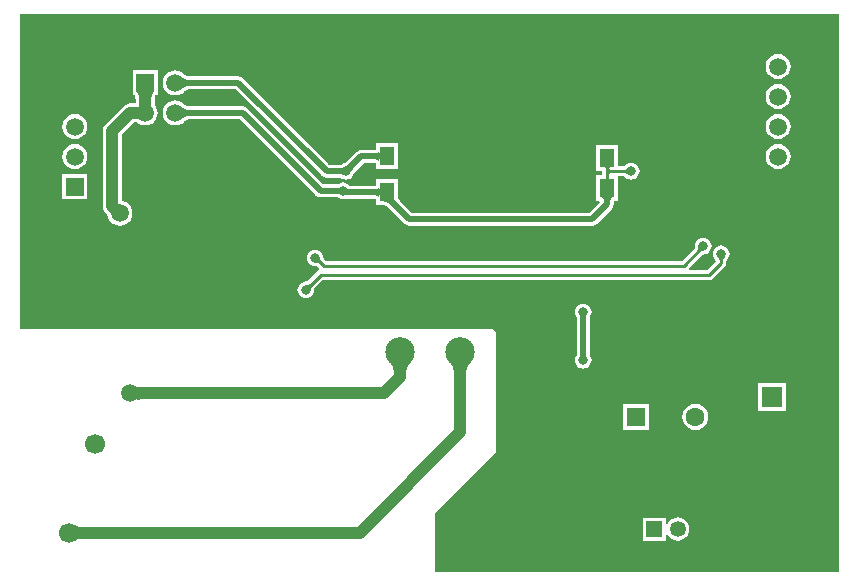
<source format=gbl>
G04 Layer_Physical_Order=2*
G04 Layer_Color=16711680*
%FSLAX44Y44*%
%MOMM*%
G71*
G01*
G75*
%ADD11R,1.2700X1.6002*%
%ADD21C,0.5000*%
%ADD22C,0.2540*%
%ADD23C,1.0000*%
%ADD24C,1.5000*%
%ADD25R,1.5000X1.5000*%
%ADD26C,1.5000*%
%ADD27C,1.7800*%
%ADD28R,1.7800X1.7800*%
%ADD29C,2.5000*%
%ADD30R,1.5000X1.5000*%
%ADD31R,1.6000X1.6000*%
%ADD32C,1.6000*%
%ADD33R,1.3500X1.3500*%
%ADD34C,1.3500*%
%ADD35C,1.7000*%
%ADD36C,0.8000*%
G36*
X333037Y180311D02*
X332400Y179496D01*
X331838Y178627D01*
X331350Y177704D01*
X330938Y176728D01*
X330600Y175698D01*
X330337Y174615D01*
X330150Y173478D01*
X330037Y172288D01*
X330000Y171044D01*
X320000D01*
X319963Y172288D01*
X319850Y173478D01*
X319662Y174615D01*
X319400Y175698D01*
X319062Y176728D01*
X318650Y177704D01*
X318162Y178627D01*
X317600Y179496D01*
X316963Y180311D01*
X316250Y181073D01*
X333750D01*
X333037Y180311D01*
D02*
G37*
G36*
X101967Y160142D02*
X102144Y160100D01*
X102405Y160063D01*
X103182Y160002D01*
X105755Y159943D01*
X106610Y159940D01*
Y149940D01*
X101876Y149690D01*
Y160190D01*
X101967Y160142D01*
D02*
G37*
G36*
X51137Y42670D02*
X51444Y42508D01*
X51833Y42365D01*
X52302Y42242D01*
X52852Y42137D01*
X53482Y42052D01*
X54987Y41938D01*
X56814Y41900D01*
Y31900D01*
X55860Y31890D01*
X52852Y31662D01*
X52302Y31558D01*
X51833Y31435D01*
X51444Y31292D01*
X51137Y31130D01*
X50910Y30950D01*
Y42850D01*
X51137Y42670D01*
D02*
G37*
G36*
X383838Y180311D02*
X383200Y179496D01*
X382637Y178627D01*
X382150Y177704D01*
X381738Y176728D01*
X381400Y175698D01*
X381138Y174615D01*
X380950Y173478D01*
X380838Y172288D01*
X380800Y171044D01*
X370800D01*
X370762Y172288D01*
X370650Y173478D01*
X370462Y174615D01*
X370200Y175698D01*
X369863Y176728D01*
X369450Y177704D01*
X368963Y178627D01*
X368400Y179496D01*
X367762Y180311D01*
X367050Y181073D01*
X384550D01*
X383838Y180311D01*
D02*
G37*
G36*
X696431Y3636D02*
X354330D01*
Y16510D01*
Y53340D01*
X379730Y78740D01*
X406400Y105410D01*
Y184150D01*
Y207010D01*
X403860Y209550D01*
X3569D01*
Y476431D01*
X696431D01*
Y3636D01*
D02*
G37*
%LPC*%
G36*
X134620Y428421D02*
X131879Y428060D01*
X129325Y427002D01*
X127131Y425319D01*
X125448Y423125D01*
X124390Y420571D01*
X124029Y417830D01*
X124390Y415089D01*
X125448Y412535D01*
X127131Y410341D01*
X129325Y408658D01*
X131879Y407600D01*
X134620Y407239D01*
X137361Y407600D01*
X139915Y408658D01*
X142109Y410341D01*
X142240Y410513D01*
X142558Y410816D01*
X142952Y411143D01*
X143342Y411420D01*
X143729Y411652D01*
X144116Y411843D01*
X144505Y411996D01*
X144902Y412114D01*
X145312Y412199D01*
X145504Y412222D01*
X185637D01*
X258925Y338935D01*
X260744Y337719D01*
X262890Y337292D01*
X275209D01*
X275870Y336786D01*
X277573Y336080D01*
X279400Y335840D01*
X281227Y336080D01*
X282930Y336786D01*
X284392Y337908D01*
X285515Y339370D01*
X286220Y341073D01*
X286325Y341869D01*
X286509Y342079D01*
X294423Y349992D01*
X303466D01*
X303797Y349963D01*
X304289Y349882D01*
X304340Y349868D01*
Y344599D01*
X323040D01*
Y366601D01*
X304340D01*
Y361332D01*
X304289Y361318D01*
X303797Y361237D01*
X303466Y361208D01*
X292100D01*
X289954Y360781D01*
X288135Y359565D01*
X278398Y349828D01*
X277573Y349720D01*
X275870Y349015D01*
X275233Y348526D01*
X274954Y348508D01*
X265213D01*
X191925Y421795D01*
X190106Y423011D01*
X187960Y423438D01*
X145504D01*
X145312Y423461D01*
X144902Y423546D01*
X144505Y423664D01*
X144116Y423817D01*
X143729Y424008D01*
X143342Y424240D01*
X142952Y424517D01*
X142558Y424844D01*
X142240Y425148D01*
X142109Y425319D01*
X139915Y427002D01*
X137361Y428060D01*
X134620Y428421D01*
D02*
G37*
G36*
X651980Y164020D02*
X628180D01*
Y140220D01*
X651980D01*
Y164020D01*
D02*
G37*
G36*
X60030Y340500D02*
X39030D01*
Y319500D01*
X60030D01*
Y340500D01*
D02*
G37*
G36*
X581660Y286460D02*
X579833Y286220D01*
X578130Y285515D01*
X576668Y284392D01*
X575546Y282930D01*
X574840Y281227D01*
X574604Y279434D01*
X574602Y279425D01*
X574602Y279418D01*
X574600Y279400D01*
X574601Y279387D01*
X574595Y279106D01*
X574578Y278912D01*
X574552Y278747D01*
X574519Y278610D01*
X574482Y278495D01*
X574441Y278398D01*
X574397Y278314D01*
X574361Y278258D01*
X563347Y267244D01*
X262153D01*
X260470Y268927D01*
X260408Y269018D01*
X260338Y269141D01*
X260270Y269283D01*
X260205Y269446D01*
X260144Y269633D01*
X260089Y269846D01*
X260041Y270088D01*
X259992Y270433D01*
X259898Y270701D01*
X259810Y271368D01*
X259104Y273071D01*
X257983Y274533D01*
X256520Y275655D01*
X254817Y276361D01*
X252990Y276601D01*
X251163Y276361D01*
X249460Y275655D01*
X247998Y274533D01*
X246876Y273071D01*
X246170Y271368D01*
X245930Y269541D01*
X246170Y267714D01*
X246876Y266011D01*
X247998Y264548D01*
X249460Y263426D01*
X251163Y262721D01*
X252990Y262481D01*
X253581Y262558D01*
X253832Y262534D01*
X254116Y262562D01*
X254254Y262565D01*
X254360Y262558D01*
X254438Y262545D01*
X254496Y262530D01*
X254541Y262514D01*
X254583Y262494D01*
X254600Y262483D01*
X256437Y260646D01*
X256159Y259363D01*
X256054Y259233D01*
X254732Y258349D01*
X246252Y249869D01*
X246196Y249833D01*
X246112Y249789D01*
X246015Y249748D01*
X245900Y249711D01*
X245763Y249678D01*
X245598Y249652D01*
X245404Y249635D01*
X245123Y249629D01*
X245110Y249630D01*
X245092Y249628D01*
X245085Y249628D01*
X245076Y249626D01*
X243283Y249390D01*
X241580Y248685D01*
X240118Y247562D01*
X238995Y246100D01*
X238290Y244397D01*
X238050Y242570D01*
X238290Y240743D01*
X238995Y239040D01*
X240118Y237578D01*
X241580Y236455D01*
X243283Y235750D01*
X245110Y235510D01*
X246937Y235750D01*
X248640Y236455D01*
X250102Y237578D01*
X251224Y239040D01*
X251930Y240743D01*
X252166Y242536D01*
X252168Y242545D01*
X252168Y242552D01*
X252170Y242570D01*
X252169Y242583D01*
X252175Y242864D01*
X252192Y243058D01*
X252218Y243223D01*
X252251Y243360D01*
X252288Y243475D01*
X252329Y243572D01*
X252373Y243656D01*
X252409Y243712D01*
X259613Y250916D01*
X586740D01*
X588406Y251248D01*
X589818Y252192D01*
X599978Y262351D01*
X600922Y263764D01*
X601254Y265430D01*
Y267082D01*
X601268Y267146D01*
X601296Y267237D01*
X601336Y267334D01*
X601390Y267442D01*
X601465Y267563D01*
X601562Y267698D01*
X601688Y267847D01*
X601882Y268050D01*
X601892Y268058D01*
X601903Y268072D01*
X601908Y268077D01*
X601913Y268084D01*
X603014Y269520D01*
X603720Y271223D01*
X603960Y273050D01*
X603720Y274877D01*
X603014Y276580D01*
X601892Y278042D01*
X600430Y279165D01*
X598727Y279870D01*
X596900Y280110D01*
X595073Y279870D01*
X593370Y279165D01*
X591908Y278042D01*
X590785Y276580D01*
X590080Y274877D01*
X589840Y273050D01*
X590080Y271223D01*
X590785Y269520D01*
X591887Y268084D01*
X591892Y268077D01*
X591897Y268072D01*
X591908Y268058D01*
X592131Y266818D01*
X584937Y259624D01*
X569837D01*
X569311Y260894D01*
X580518Y272101D01*
X580574Y272137D01*
X580658Y272181D01*
X580755Y272222D01*
X580870Y272259D01*
X581007Y272292D01*
X581172Y272318D01*
X581366Y272335D01*
X581647Y272341D01*
X581660Y272340D01*
X581678Y272342D01*
X581685Y272342D01*
X581694Y272344D01*
X583487Y272580D01*
X585190Y273286D01*
X586652Y274408D01*
X587775Y275870D01*
X588480Y277573D01*
X588720Y279400D01*
X588480Y281227D01*
X587775Y282930D01*
X586652Y284392D01*
X585190Y285515D01*
X583487Y286220D01*
X581660Y286460D01*
D02*
G37*
G36*
X134620Y403021D02*
X131879Y402660D01*
X129325Y401602D01*
X127131Y399919D01*
X125448Y397725D01*
X124390Y395171D01*
X124029Y392430D01*
X124390Y389689D01*
X125448Y387135D01*
X127131Y384941D01*
X129325Y383258D01*
X131879Y382200D01*
X134620Y381839D01*
X137361Y382200D01*
X139915Y383258D01*
X142109Y384941D01*
X142240Y385112D01*
X142558Y385416D01*
X142952Y385743D01*
X143342Y386020D01*
X143729Y386252D01*
X144116Y386443D01*
X144505Y386596D01*
X144902Y386714D01*
X145312Y386799D01*
X145504Y386822D01*
X189447D01*
X253845Y322425D01*
X255664Y321209D01*
X257810Y320782D01*
X272669D01*
X273330Y320275D01*
X275033Y319570D01*
X276860Y319330D01*
X278247Y319512D01*
X303466D01*
X303797Y319483D01*
X304289Y319402D01*
X304340Y319388D01*
Y314119D01*
X312388D01*
X312800Y313885D01*
X313355Y313503D01*
X314644Y312426D01*
X328775Y298295D01*
X330594Y297079D01*
X332740Y296652D01*
X487680D01*
X489826Y297079D01*
X491645Y298295D01*
X504345Y310995D01*
X505561Y312814D01*
X505988Y314960D01*
Y317047D01*
X506017Y317373D01*
X506098Y317859D01*
X506116Y317929D01*
X509730D01*
Y338546D01*
X514732D01*
X514796Y338532D01*
X514887Y338504D01*
X514984Y338464D01*
X515092Y338410D01*
X515213Y338335D01*
X515348Y338238D01*
X515497Y338112D01*
X515700Y337918D01*
X515708Y337908D01*
X515722Y337897D01*
X515727Y337892D01*
X515734Y337887D01*
X517170Y336786D01*
X518873Y336080D01*
X520700Y335840D01*
X522527Y336080D01*
X524230Y336786D01*
X525692Y337908D01*
X526814Y339370D01*
X527520Y341073D01*
X527760Y342900D01*
X527520Y344727D01*
X526814Y346430D01*
X525692Y347892D01*
X524230Y349015D01*
X522527Y349720D01*
X520700Y349960D01*
X518873Y349720D01*
X517170Y349015D01*
X515734Y347913D01*
X515727Y347908D01*
X515722Y347903D01*
X515708Y347892D01*
X515700Y347882D01*
X515497Y347688D01*
X515348Y347562D01*
X515213Y347465D01*
X515092Y347391D01*
X514984Y347336D01*
X514887Y347296D01*
X514796Y347268D01*
X514732Y347254D01*
X509730D01*
Y365331D01*
X491030D01*
Y343329D01*
X496026D01*
Y339931D01*
X491030D01*
Y317929D01*
X493622D01*
X494148Y316659D01*
X485357Y307868D01*
X335063D01*
X324748Y318183D01*
X323835Y319159D01*
X323200Y319939D01*
X323040Y320165D01*
Y336121D01*
X304340D01*
Y330852D01*
X304289Y330838D01*
X303797Y330757D01*
X303466Y330728D01*
X282355D01*
X281852Y331382D01*
X280390Y332505D01*
X278687Y333210D01*
X276860Y333450D01*
X275033Y333210D01*
X273330Y332505D01*
X272693Y332015D01*
X272414Y331998D01*
X260133D01*
X195735Y396395D01*
X193916Y397611D01*
X191770Y398038D01*
X145504D01*
X145312Y398061D01*
X144902Y398146D01*
X144505Y398264D01*
X144116Y398417D01*
X143729Y398608D01*
X143342Y398840D01*
X142952Y399117D01*
X142558Y399444D01*
X142240Y399748D01*
X142109Y399919D01*
X139915Y401602D01*
X137361Y402660D01*
X134620Y403021D01*
D02*
G37*
G36*
X480060Y230580D02*
X478233Y230340D01*
X476530Y229634D01*
X475068Y228512D01*
X473946Y227050D01*
X473240Y225347D01*
X473000Y223520D01*
X473240Y221693D01*
X473946Y219990D01*
X474435Y219353D01*
X474452Y219074D01*
Y187071D01*
X473946Y186410D01*
X473240Y184707D01*
X473000Y182880D01*
X473240Y181053D01*
X473946Y179350D01*
X475068Y177888D01*
X476530Y176765D01*
X478233Y176060D01*
X480060Y175820D01*
X481887Y176060D01*
X483590Y176765D01*
X485052Y177888D01*
X486175Y179350D01*
X486880Y181053D01*
X487120Y182880D01*
X486880Y184707D01*
X486175Y186410D01*
X485686Y187047D01*
X485668Y187326D01*
Y219329D01*
X486175Y219990D01*
X486880Y221693D01*
X487120Y223520D01*
X486880Y225347D01*
X486175Y227050D01*
X485052Y228512D01*
X483590Y229634D01*
X481887Y230340D01*
X480060Y230580D01*
D02*
G37*
G36*
X49530Y365991D02*
X46789Y365630D01*
X44235Y364572D01*
X42041Y362889D01*
X40358Y360695D01*
X39300Y358141D01*
X38939Y355400D01*
X39300Y352659D01*
X40358Y350105D01*
X42041Y347911D01*
X44235Y346228D01*
X46789Y345170D01*
X49530Y344809D01*
X52271Y345170D01*
X54825Y346228D01*
X57019Y347911D01*
X58702Y350105D01*
X59760Y352659D01*
X60121Y355400D01*
X59760Y358141D01*
X58702Y360695D01*
X57019Y362889D01*
X54825Y364572D01*
X52271Y365630D01*
X49530Y365991D01*
D02*
G37*
G36*
X560000Y49834D02*
X557455Y49499D01*
X555083Y48517D01*
X553046Y46954D01*
X551483Y44917D01*
X551020Y43798D01*
X549750Y44051D01*
Y49750D01*
X530250D01*
Y30250D01*
X549750D01*
Y35949D01*
X551020Y36202D01*
X551483Y35083D01*
X553046Y33046D01*
X555083Y31483D01*
X557455Y30501D01*
X560000Y30166D01*
X562545Y30501D01*
X564917Y31483D01*
X566954Y33046D01*
X568517Y35083D01*
X569499Y37455D01*
X569834Y40000D01*
X569499Y42545D01*
X568517Y44917D01*
X566954Y46954D01*
X564917Y48517D01*
X562545Y49499D01*
X560000Y49834D01*
D02*
G37*
G36*
X575000Y146095D02*
X572128Y145717D01*
X569453Y144608D01*
X567155Y142845D01*
X565392Y140547D01*
X564283Y137872D01*
X563905Y135000D01*
X564283Y132128D01*
X565392Y129453D01*
X567155Y127155D01*
X569453Y125392D01*
X572128Y124283D01*
X575000Y123905D01*
X577872Y124283D01*
X580547Y125392D01*
X582845Y127155D01*
X584608Y129453D01*
X585717Y132128D01*
X586095Y135000D01*
X585717Y137872D01*
X584608Y140547D01*
X582845Y142845D01*
X580547Y144608D01*
X577872Y145717D01*
X575000Y146095D01*
D02*
G37*
G36*
X645000Y442191D02*
X642259Y441830D01*
X639705Y440772D01*
X637511Y439089D01*
X635828Y436895D01*
X634770Y434341D01*
X634409Y431600D01*
X634770Y428859D01*
X635828Y426305D01*
X637511Y424111D01*
X639705Y422428D01*
X642259Y421370D01*
X645000Y421009D01*
X647741Y421370D01*
X650295Y422428D01*
X652489Y424111D01*
X654172Y426305D01*
X655230Y428859D01*
X655591Y431600D01*
X655230Y434341D01*
X654172Y436895D01*
X652489Y439089D01*
X650295Y440772D01*
X647741Y441830D01*
X645000Y442191D01*
D02*
G37*
G36*
Y416791D02*
X642259Y416430D01*
X639705Y415372D01*
X637511Y413689D01*
X635828Y411495D01*
X634770Y408941D01*
X634409Y406200D01*
X634770Y403459D01*
X635828Y400905D01*
X637511Y398711D01*
X639705Y397028D01*
X642259Y395970D01*
X645000Y395609D01*
X647741Y395970D01*
X650295Y397028D01*
X652489Y398711D01*
X654172Y400905D01*
X655230Y403459D01*
X655591Y406200D01*
X655230Y408941D01*
X654172Y411495D01*
X652489Y413689D01*
X650295Y415372D01*
X647741Y416430D01*
X645000Y416791D01*
D02*
G37*
G36*
X119720Y428330D02*
X98720D01*
Y410503D01*
X98692Y410360D01*
X98720Y410218D01*
Y407330D01*
X100568D01*
X100633Y407114D01*
X100791Y406331D01*
X101138Y402115D01*
X101149Y401283D01*
X101133Y400599D01*
X99244Y400499D01*
X96520D01*
X94432Y400224D01*
X92486Y399418D01*
X90814Y398136D01*
X75574Y382896D01*
X74292Y381225D01*
X73486Y379278D01*
X73211Y377190D01*
Y313690D01*
X73486Y311602D01*
X74292Y309655D01*
X75574Y307984D01*
X77164Y306395D01*
X77400Y304599D01*
X78458Y302045D01*
X80141Y299851D01*
X82335Y298168D01*
X84889Y297110D01*
X87630Y296749D01*
X90371Y297110D01*
X92925Y298168D01*
X95119Y299851D01*
X96802Y302045D01*
X97860Y304599D01*
X98221Y307340D01*
X97860Y310081D01*
X96802Y312635D01*
X95119Y314829D01*
X92925Y316512D01*
X90371Y317570D01*
X89349Y317704D01*
Y373848D01*
X99862Y384361D01*
X100282D01*
X102404Y384311D01*
X102569Y384299D01*
X103925Y383258D01*
X106479Y382200D01*
X109220Y381839D01*
X111961Y382200D01*
X114515Y383258D01*
X116709Y384941D01*
X118392Y387135D01*
X119450Y389689D01*
X119811Y392430D01*
X119450Y395171D01*
X118392Y397725D01*
X117473Y398923D01*
X117303Y402151D01*
X117489Y405164D01*
X117634Y406255D01*
X117807Y407114D01*
X117872Y407330D01*
X119720D01*
Y410218D01*
X119748Y410360D01*
X119720Y410503D01*
Y428330D01*
D02*
G37*
G36*
X645000Y365991D02*
X642259Y365630D01*
X639705Y364572D01*
X637511Y362889D01*
X635828Y360695D01*
X634770Y358141D01*
X634409Y355400D01*
X634770Y352659D01*
X635828Y350105D01*
X637511Y347911D01*
X639705Y346228D01*
X642259Y345170D01*
X645000Y344809D01*
X647741Y345170D01*
X650295Y346228D01*
X652489Y347911D01*
X654172Y350105D01*
X655230Y352659D01*
X655591Y355400D01*
X655230Y358141D01*
X654172Y360695D01*
X652489Y362889D01*
X650295Y364572D01*
X647741Y365630D01*
X645000Y365991D01*
D02*
G37*
G36*
X536000Y146000D02*
X514000D01*
Y124000D01*
X536000D01*
Y146000D01*
D02*
G37*
G36*
X645000Y391391D02*
X642259Y391030D01*
X639705Y389972D01*
X637511Y388289D01*
X635828Y386095D01*
X634770Y383541D01*
X634409Y380800D01*
X634770Y378059D01*
X635828Y375505D01*
X637511Y373311D01*
X639705Y371628D01*
X642259Y370570D01*
X645000Y370209D01*
X647741Y370570D01*
X650295Y371628D01*
X652489Y373311D01*
X654172Y375505D01*
X655230Y378059D01*
X655591Y380800D01*
X655230Y383541D01*
X654172Y386095D01*
X652489Y388289D01*
X650295Y389972D01*
X647741Y391030D01*
X645000Y391391D01*
D02*
G37*
G36*
X49530D02*
X46789Y391030D01*
X44235Y389972D01*
X42041Y388289D01*
X40358Y386095D01*
X39300Y383541D01*
X38939Y380800D01*
X39300Y378059D01*
X40358Y375505D01*
X42041Y373311D01*
X44235Y371628D01*
X46789Y370570D01*
X49530Y370209D01*
X52271Y370570D01*
X54825Y371628D01*
X57019Y373311D01*
X58702Y375505D01*
X59760Y378059D01*
X60121Y380800D01*
X59760Y383541D01*
X58702Y386095D01*
X57019Y388289D01*
X54825Y389972D01*
X52271Y391030D01*
X49530Y391391D01*
D02*
G37*
%LPD*%
G36*
X257024Y269575D02*
X257105Y269166D01*
X257206Y268776D01*
X257327Y268404D01*
X257468Y268050D01*
X257630Y267715D01*
X257811Y267399D01*
X258012Y267101D01*
X258234Y266821D01*
X258476Y266560D01*
X256919Y264525D01*
X256645Y264775D01*
X256357Y264993D01*
X256054Y265180D01*
X255737Y265333D01*
X255405Y265455D01*
X255059Y265544D01*
X254699Y265601D01*
X254324Y265625D01*
X253935Y265618D01*
X253531Y265578D01*
X256963Y270003D01*
X257024Y269575D01*
D02*
G37*
G36*
X599409Y269890D02*
X599149Y269580D01*
X598920Y269263D01*
X598721Y268940D01*
X598553Y268609D01*
X598415Y268272D01*
X598308Y267929D01*
X598231Y267578D01*
X598185Y267221D01*
X598170Y266857D01*
X595630D01*
X595615Y267221D01*
X595569Y267578D01*
X595492Y267929D01*
X595385Y268272D01*
X595247Y268609D01*
X595079Y268940D01*
X594880Y269263D01*
X594651Y269580D01*
X594391Y269890D01*
X594100Y270193D01*
X599700D01*
X599409Y269890D01*
D02*
G37*
G36*
X482563Y187949D02*
X482668Y186304D01*
X482707Y186100D01*
X482752Y185937D01*
X482803Y185816D01*
X482860Y185737D01*
X477260D01*
X477317Y185816D01*
X477368Y185937D01*
X477413Y186100D01*
X477452Y186304D01*
X477485Y186550D01*
X477533Y187166D01*
X477560Y188403D01*
X482560D01*
X482563Y187949D01*
D02*
G37*
G36*
X482803Y220584D02*
X482752Y220463D01*
X482707Y220300D01*
X482668Y220096D01*
X482635Y219850D01*
X482587Y219234D01*
X482560Y217997D01*
X477560D01*
X477557Y218451D01*
X477452Y220096D01*
X477413Y220300D01*
X477368Y220463D01*
X477317Y220584D01*
X477260Y220663D01*
X482860D01*
X482803Y220584D01*
D02*
G37*
G36*
X250387Y246051D02*
X250141Y245783D01*
X249921Y245498D01*
X249727Y245196D01*
X249559Y244877D01*
X249418Y244541D01*
X249304Y244189D01*
X249216Y243820D01*
X249154Y243433D01*
X249119Y243030D01*
X249110Y242610D01*
X245150Y246570D01*
X245570Y246579D01*
X245973Y246614D01*
X246360Y246676D01*
X246729Y246764D01*
X247081Y246878D01*
X247417Y247019D01*
X247736Y247187D01*
X248038Y247381D01*
X248323Y247601D01*
X248591Y247847D01*
X250387Y246051D01*
D02*
G37*
G36*
X285073Y345037D02*
X284754Y344714D01*
X283666Y343477D01*
X283549Y343305D01*
X283465Y343158D01*
X283416Y343037D01*
X283400Y342940D01*
X279440Y346900D01*
X279537Y346916D01*
X279658Y346965D01*
X279805Y347049D01*
X279977Y347165D01*
X280174Y347316D01*
X280644Y347718D01*
X281537Y348573D01*
X285073Y345037D01*
D02*
G37*
G36*
X307401Y350600D02*
X307351Y351075D01*
X307200Y351500D01*
X306948Y351875D01*
X306596Y352200D01*
X306143Y352475D01*
X305590Y352700D01*
X304936Y352875D01*
X304181Y353000D01*
X303326Y353075D01*
X302370Y353100D01*
Y358100D01*
X303326Y358125D01*
X304181Y358200D01*
X304936Y358325D01*
X305590Y358500D01*
X306143Y358725D01*
X306596Y359000D01*
X306948Y359325D01*
X307200Y359700D01*
X307351Y360125D01*
X307401Y360600D01*
Y350600D01*
D02*
G37*
G36*
X276543Y340100D02*
X276464Y340157D01*
X276343Y340208D01*
X276180Y340253D01*
X275976Y340292D01*
X275730Y340325D01*
X275114Y340373D01*
X273878Y340400D01*
Y345400D01*
X274331Y345403D01*
X275976Y345508D01*
X276180Y345547D01*
X276343Y345592D01*
X276464Y345643D01*
X276543Y345700D01*
Y340100D01*
D02*
G37*
G36*
X517843D02*
X517540Y340391D01*
X517230Y340651D01*
X516913Y340880D01*
X516590Y341079D01*
X516259Y341247D01*
X515922Y341385D01*
X515579Y341492D01*
X515228Y341569D01*
X514871Y341615D01*
X514507Y341630D01*
Y344170D01*
X514871Y344185D01*
X515228Y344231D01*
X515579Y344308D01*
X515922Y344415D01*
X516259Y344552D01*
X516590Y344721D01*
X516913Y344920D01*
X517230Y345149D01*
X517540Y345409D01*
X517843Y345700D01*
Y340100D01*
D02*
G37*
G36*
X116220Y410261D02*
X115801Y409961D01*
X115430Y409460D01*
X115109Y408760D01*
X114837Y407860D01*
X114615Y406760D01*
X114442Y405461D01*
X114245Y402261D01*
X114242Y402093D01*
X114470Y397786D01*
X103970D01*
X104017Y397878D01*
X104060Y398054D01*
X104097Y398315D01*
X104157Y399092D01*
X104208Y401267D01*
X104195Y402261D01*
X103825Y406760D01*
X103603Y407860D01*
X103331Y408760D01*
X103010Y409460D01*
X102640Y409961D01*
X102220Y410261D01*
X101750Y410360D01*
X116690D01*
X116220Y410261D01*
D02*
G37*
G36*
X140523Y422557D02*
X141087Y422090D01*
X141667Y421678D01*
X142264Y421320D01*
X142878Y421017D01*
X143507Y420770D01*
X144153Y420578D01*
X144816Y420440D01*
X145495Y420358D01*
X146191Y420330D01*
Y415330D01*
X145495Y415303D01*
X144816Y415220D01*
X144153Y415083D01*
X143507Y414890D01*
X142878Y414642D01*
X142264Y414340D01*
X141667Y413983D01*
X141087Y413570D01*
X140523Y413102D01*
X139976Y412580D01*
Y423080D01*
X140523Y422557D01*
D02*
G37*
G36*
X103864Y387180D02*
X103772Y387228D01*
X103596Y387270D01*
X103335Y387308D01*
X102558Y387368D01*
X99985Y387427D01*
X99130Y387430D01*
Y397430D01*
X103864Y397680D01*
Y387180D01*
D02*
G37*
G36*
X140523Y397158D02*
X141087Y396690D01*
X141667Y396278D01*
X142264Y395920D01*
X142878Y395617D01*
X143507Y395370D01*
X144153Y395177D01*
X144816Y395040D01*
X145495Y394958D01*
X146191Y394930D01*
Y389930D01*
X145495Y389902D01*
X144816Y389820D01*
X144153Y389683D01*
X143507Y389490D01*
X142878Y389243D01*
X142264Y388940D01*
X141667Y388582D01*
X141087Y388170D01*
X140523Y387702D01*
X139976Y387180D01*
Y397680D01*
X140523Y397158D01*
D02*
G37*
G36*
X504905Y320910D02*
X504480Y320760D01*
X504105Y320509D01*
X503780Y320159D01*
X503505Y319709D01*
X503280Y319160D01*
X503105Y318510D01*
X502980Y317759D01*
X502905Y316910D01*
X502880Y315959D01*
X497880D01*
X497855Y316910D01*
X497780Y317759D01*
X497655Y318510D01*
X497480Y319160D01*
X497255Y319709D01*
X496980Y320159D01*
X496655Y320509D01*
X496280Y320760D01*
X495855Y320910D01*
X495380Y320960D01*
X505380D01*
X504905Y320910D01*
D02*
G37*
G36*
X307401Y320120D02*
X307351Y320595D01*
X307200Y321020D01*
X306948Y321395D01*
X306596Y321720D01*
X306143Y321995D01*
X305590Y322220D01*
X304936Y322395D01*
X304181Y322520D01*
X303326Y322595D01*
X302370Y322620D01*
Y327620D01*
X303326Y327645D01*
X304181Y327720D01*
X304936Y327845D01*
X305590Y328020D01*
X306143Y328245D01*
X306596Y328520D01*
X306948Y328845D01*
X307200Y329220D01*
X307351Y329645D01*
X307401Y330120D01*
Y320120D01*
D02*
G37*
G36*
X581620Y275400D02*
X581200Y275391D01*
X580797Y275356D01*
X580410Y275294D01*
X580041Y275206D01*
X579689Y275092D01*
X579353Y274951D01*
X579034Y274783D01*
X578732Y274590D01*
X578447Y274369D01*
X578179Y274123D01*
X576383Y275919D01*
X576629Y276187D01*
X576850Y276472D01*
X577043Y276774D01*
X577211Y277093D01*
X577352Y277429D01*
X577466Y277781D01*
X577554Y278151D01*
X577616Y278537D01*
X577651Y278940D01*
X577660Y279360D01*
X581620Y275400D01*
D02*
G37*
G36*
X319603Y321772D02*
X319389Y321390D01*
X319338Y320915D01*
X319450Y320347D01*
X319726Y319686D01*
X320164Y318933D01*
X320765Y318086D01*
X321529Y317147D01*
X323545Y314991D01*
X317850Y313614D01*
X316919Y314510D01*
X315206Y315943D01*
X314424Y316479D01*
X313692Y316896D01*
X313010Y317193D01*
X312378Y317369D01*
X311795Y317426D01*
X311262Y317363D01*
X310779Y317180D01*
X319979Y322062D01*
X319603Y321772D01*
D02*
G37*
G36*
X501655Y335150D02*
X501894Y331391D01*
X501969Y331072D01*
X502054Y330840D01*
X502149Y330697D01*
X498611D01*
X498706Y330840D01*
X498791Y331072D01*
X498866Y331391D01*
X498930Y331798D01*
X499030Y332876D01*
X499105Y335150D01*
X499110Y336083D01*
X501650D01*
X501655Y335150D01*
D02*
G37*
G36*
X501668Y346359D02*
X502920D01*
X502679Y346334D01*
X502463Y346258D01*
X502272Y346131D01*
X502107Y345953D01*
X501968Y345724D01*
X501862Y345466D01*
X501879Y345415D01*
X502056Y345084D01*
X502285Y344805D01*
X502564Y344576D01*
X502895Y344399D01*
X503276Y344272D01*
X503707Y344195D01*
X504190Y344170D01*
Y341630D01*
X503707Y341605D01*
X503276Y341528D01*
X502895Y341401D01*
X502564Y341224D01*
X502285Y340995D01*
X502056Y340716D01*
X501879Y340385D01*
X501752Y340004D01*
X501675Y339573D01*
X501656Y339206D01*
X501663Y338952D01*
X501701Y338515D01*
X501764Y338130D01*
X501853Y337795D01*
X501968Y337513D01*
X502107Y337281D01*
X502272Y337101D01*
X502463Y336973D01*
X502679Y336896D01*
X502920Y336870D01*
X497840D01*
X498081Y336896D01*
X498297Y336973D01*
X498488Y337101D01*
X498653Y337281D01*
X498792Y337513D01*
X498907Y337795D01*
X498996Y338130D01*
X499059Y338515D01*
X499097Y338952D01*
X499110Y339440D01*
X501416D01*
X499110Y342900D01*
X499723Y343820D01*
X499110D01*
X499097Y344302D01*
X499059Y344734D01*
X498996Y345115D01*
X498907Y345445D01*
X498792Y345724D01*
X498653Y345953D01*
X498488Y346131D01*
X498297Y346258D01*
X498081Y346334D01*
X497840Y346359D01*
X501416D01*
X501650Y346710D01*
X501668Y346359D01*
D02*
G37*
G36*
X280529Y328040D02*
X280643Y327952D01*
X280798Y327874D01*
X280996Y327807D01*
X281236Y327749D01*
X281518Y327703D01*
X281842Y327667D01*
X282616Y327625D01*
X283066Y327620D01*
X280597Y322620D01*
X278680Y322828D01*
X280458Y328138D01*
X280529Y328040D01*
D02*
G37*
G36*
X274003Y323590D02*
X273924Y323647D01*
X273803Y323698D01*
X273640Y323743D01*
X273436Y323782D01*
X273190Y323815D01*
X272574Y323863D01*
X271338Y323890D01*
Y328890D01*
X271791Y328893D01*
X273436Y328998D01*
X273640Y329037D01*
X273803Y329082D01*
X273924Y329133D01*
X274003Y329190D01*
Y323590D01*
D02*
G37*
D11*
X500380Y328930D02*
D03*
X480060D02*
D03*
X500380Y354330D02*
D03*
X480060D02*
D03*
X313690Y325120D02*
D03*
X334010D02*
D03*
X313690Y355600D02*
D03*
X334010D02*
D03*
D21*
X332740Y302260D02*
X487680D01*
X313690Y321310D02*
X332740Y302260D01*
X487680D02*
X500380Y314960D01*
X664210Y125730D02*
Y187960D01*
X655600Y117120D02*
X664210Y125730D01*
X640080Y117120D02*
X655600D01*
X480060Y182880D02*
Y223520D01*
X292100Y355600D02*
X313690D01*
X279400Y342900D02*
X292100Y355600D01*
X500380Y314960D02*
Y328930D01*
X278130Y325120D02*
X313690D01*
X276860Y326390D02*
X278130Y325120D01*
X313690Y321310D02*
Y325120D01*
X262890Y342900D02*
X279400D01*
X187960Y417830D02*
X262890Y342900D01*
X134620Y417830D02*
X187960D01*
X257810Y326390D02*
X276860D01*
X191770Y392430D02*
X257810Y326390D01*
X134620Y392430D02*
X191770D01*
D22*
X260350Y262890D02*
X565150D01*
X581660Y279400D01*
X245110Y242570D02*
X257810Y255270D01*
X586740D01*
X596900Y265430D01*
Y273050D01*
X500380Y328930D02*
X500380Y328930D01*
X500380Y342900D02*
X520700D01*
X500380Y328930D02*
Y342900D01*
Y354330D01*
X252990Y269541D02*
X253699D01*
X260350Y262890D01*
D23*
X325000Y168790D02*
Y190000D01*
X311150Y154940D02*
X325000Y168790D01*
X96520Y154940D02*
X311150D01*
X96520Y392430D02*
X109220D01*
Y417830D01*
X81280Y313690D02*
X87630Y307340D01*
X81280Y313690D02*
Y377190D01*
X96520Y392430D01*
X44840Y36900D02*
X290900D01*
X375800Y121800D01*
Y190000D01*
X623290Y100330D02*
X640080Y117120D01*
X367660Y40000D02*
X423540D01*
X483870Y100330D01*
X623290D01*
D24*
X368300Y17780D02*
D03*
X96520Y154940D02*
D03*
X78740Y233680D02*
D03*
X87630Y307340D02*
D03*
X367660Y40000D02*
D03*
D25*
X643890Y256540D02*
D03*
Y293370D02*
D03*
X316230Y458470D02*
D03*
X643890Y219710D02*
D03*
D26*
X669290Y256540D02*
D03*
Y293370D02*
D03*
X290830Y458470D02*
D03*
X669290Y219710D02*
D03*
X49530Y355400D02*
D03*
Y380800D02*
D03*
Y406200D02*
D03*
X645000Y355400D02*
D03*
Y380800D02*
D03*
Y406200D02*
D03*
Y431600D02*
D03*
X134620Y367030D02*
D03*
X109220D02*
D03*
X134620Y392430D02*
D03*
X109220D02*
D03*
X134620Y417830D02*
D03*
D27*
X640080Y117120D02*
D03*
D28*
Y152120D02*
D03*
D29*
X375800Y190000D02*
D03*
X325000D02*
D03*
D30*
X49530Y330000D02*
D03*
X645000D02*
D03*
X109220Y417830D02*
D03*
D31*
X525000Y135000D02*
D03*
D32*
X575000D02*
D03*
D33*
X540000Y40000D02*
D03*
D34*
X560000D02*
D03*
D35*
X44840Y36900D02*
D03*
X66840Y111900D02*
D03*
D36*
X579120Y405130D02*
D03*
X500380Y215900D02*
D03*
X579120Y243840D02*
D03*
X577850Y304800D02*
D03*
Y355600D02*
D03*
X335280Y447040D02*
D03*
X245110Y392430D02*
D03*
X335880Y340000D02*
D03*
X185420Y299720D02*
D03*
X480060Y223520D02*
D03*
Y182880D02*
D03*
X581660Y279400D02*
D03*
X245110Y242570D02*
D03*
X596900Y273050D02*
D03*
X664210Y187960D02*
D03*
X453390Y355000D02*
D03*
X345440Y246380D02*
D03*
X276860Y326390D02*
D03*
X279400Y342900D02*
D03*
X520700D02*
D03*
X232410Y306070D02*
D03*
X252990Y269541D02*
D03*
X579120Y429260D02*
D03*
M02*

</source>
